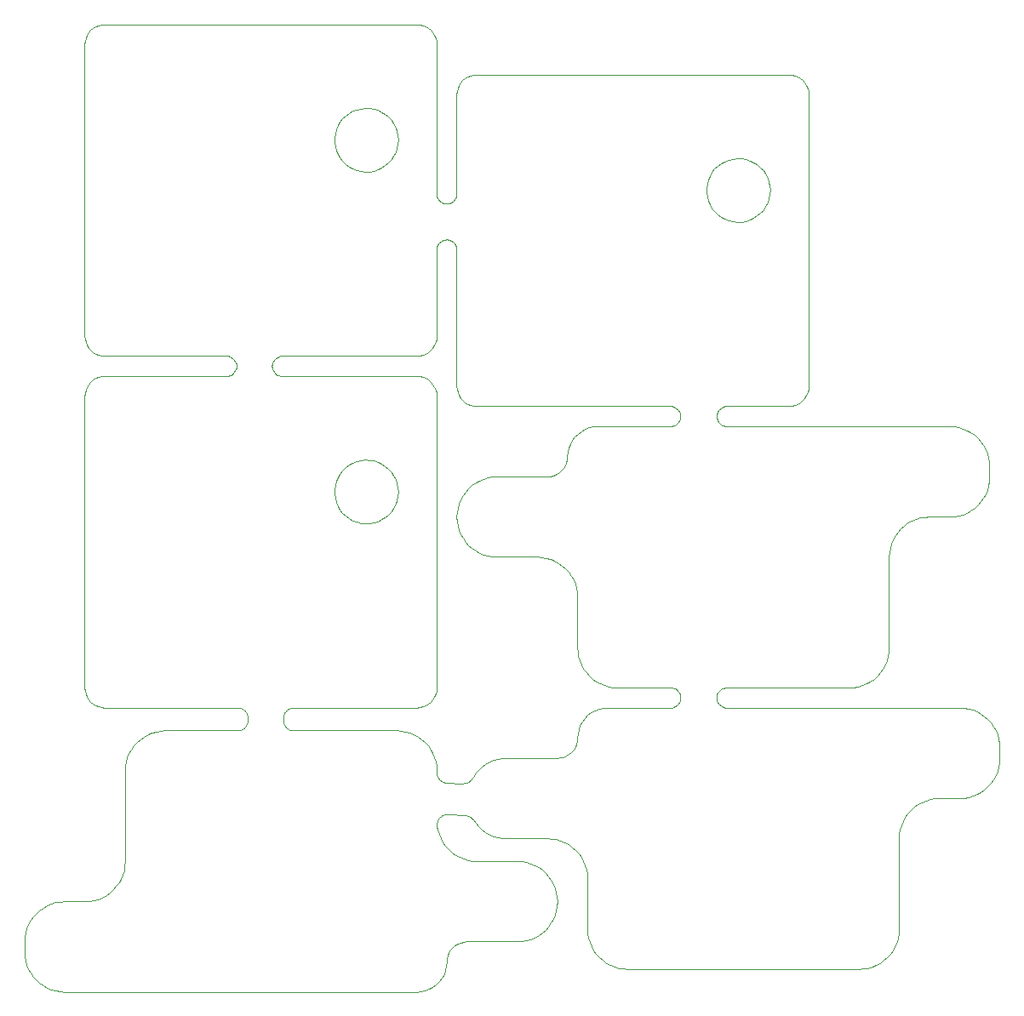
<source format=gko>
%MOIN*%
%OFA0B0*%
%FSLAX44Y44*%
%IPPOS*%
%LPD*%
%ADD10C,0*%
D10*
X00014524Y00018493D02*
X00014524Y00018493D01*
X00014359Y00018510D01*
X00014197Y00018549D01*
X00014042Y00018608D01*
X00013896Y00018688D01*
X00013762Y00018787D01*
X00013642Y00018903D01*
X00013539Y00019033D01*
X00013454Y00019176D01*
X00013390Y00019329D01*
X00013346Y00019490D01*
X00013323Y00019655D01*
X00013323Y00019821D01*
X00013346Y00019986D01*
X00013390Y00020146D01*
X00013454Y00020299D01*
X00013539Y00020442D01*
X00013642Y00020573D01*
X00013762Y00020688D01*
X00013896Y00020787D01*
X00014042Y00020867D01*
X00014197Y00020927D01*
X00014359Y00020965D01*
X00014524Y00020982D01*
X00014690Y00020976D01*
X00014854Y00020949D01*
X00015013Y00020899D01*
X00015164Y00020829D01*
X00015304Y00020740D01*
X00015431Y00020633D01*
X00015543Y00020509D01*
X00015637Y00020372D01*
X00015712Y00020224D01*
X00015766Y00020067D01*
X00015800Y00019904D01*
X00015811Y00019738D01*
X00015800Y00019572D01*
X00015766Y00019409D01*
X00015712Y00019252D01*
X00015637Y00019103D01*
X00015543Y00018966D01*
X00015431Y00018843D01*
X00015304Y00018735D01*
X00015164Y00018646D01*
X00015013Y00018576D01*
X00014854Y00018527D01*
X00014690Y00018499D01*
X00014524Y00018493D01*
X00014524Y00032273D02*
X00014524Y00032273D01*
X00014359Y00032290D01*
X00014197Y00032328D01*
X00014042Y00032388D01*
X00013896Y00032468D01*
X00013762Y00032566D01*
X00013642Y00032682D01*
X00013539Y00032813D01*
X00013454Y00032956D01*
X00013390Y00033109D01*
X00013346Y00033269D01*
X00013323Y00033434D01*
X00013323Y00033600D01*
X00013346Y00033765D01*
X00013390Y00033926D01*
X00013454Y00034079D01*
X00013539Y00034222D01*
X00013642Y00034352D01*
X00013762Y00034468D01*
X00013896Y00034567D01*
X00014042Y00034647D01*
X00014197Y00034706D01*
X00014359Y00034745D01*
X00014524Y00034762D01*
X00014690Y00034756D01*
X00014854Y00034728D01*
X00015013Y00034679D01*
X00015164Y00034609D01*
X00015304Y00034520D01*
X00015431Y00034412D01*
X00015543Y00034289D01*
X00015637Y00034152D01*
X00015712Y00034003D01*
X00015766Y00033846D01*
X00015800Y00033683D01*
X00015811Y00033517D01*
X00015800Y00033351D01*
X00015766Y00033188D01*
X00015712Y00033031D01*
X00015637Y00032883D01*
X00015543Y00032746D01*
X00015431Y00032622D01*
X00015304Y00032515D01*
X00015164Y00032425D01*
X00015013Y00032355D01*
X00014854Y00032306D01*
X00014690Y00032278D01*
X00014524Y00032273D01*
X00029091Y00030304D02*
X00029091Y00030304D01*
X00028925Y00030321D01*
X00028764Y00030360D01*
X00028609Y00030419D01*
X00028463Y00030499D01*
X00028329Y00030598D01*
X00028209Y00030714D01*
X00028106Y00030844D01*
X00028021Y00030987D01*
X00027956Y00031140D01*
X00027913Y00031301D01*
X00027890Y00031466D01*
X00027890Y00031632D01*
X00027913Y00031797D01*
X00027956Y00031957D01*
X00028021Y00032110D01*
X00028106Y00032253D01*
X00028209Y00032384D01*
X00028329Y00032499D01*
X00028463Y00032598D01*
X00028609Y00032678D01*
X00028764Y00032738D01*
X00028925Y00032776D01*
X00029091Y00032793D01*
X00029257Y00032787D01*
X00029421Y00032760D01*
X00029580Y00032711D01*
X00029731Y00032641D01*
X00029871Y00032551D01*
X00029998Y00032444D01*
X00030110Y00032320D01*
X00030204Y00032183D01*
X00030279Y00032035D01*
X00030333Y00031878D01*
X00030366Y00031715D01*
X00030378Y00031549D01*
X00030366Y00031383D01*
X00030333Y00031220D01*
X00030279Y00031063D01*
X00030204Y00030914D01*
X00030110Y00030777D01*
X00029998Y00030654D01*
X00029871Y00030546D01*
X00029731Y00030457D01*
X00029580Y00030387D01*
X00029421Y00030338D01*
X00029257Y00030310D01*
X00029091Y00030304D01*
X00017338Y00006633D02*
X00017338Y00006633D01*
X00017333Y00006668D01*
X00017332Y00006703D01*
X00017334Y00006738D01*
X00017339Y00006773D01*
X00017347Y00006808D01*
X00017359Y00006841D01*
X00017373Y00006873D01*
X00017390Y00006904D01*
X00017409Y00006933D01*
X00017432Y00006961D01*
X00017456Y00006986D01*
X00017483Y00007009D01*
X00017512Y00007029D01*
X00017542Y00007047D01*
X00017574Y00007062D01*
X00017607Y00007074D01*
X00017641Y00007084D01*
X00017676Y00007090D01*
X00017711Y00007092D01*
X00017746Y00007092D01*
X00018445Y00007055D01*
X00018463Y00007054D01*
X00018480Y00007052D01*
X00018498Y00007049D01*
X00018515Y00007045D01*
X00018532Y00007041D01*
X00018549Y00007035D01*
X00018566Y00007029D01*
X00018582Y00007023D01*
X00018599Y00007015D01*
X00018614Y00007007D01*
X00018630Y00006998D01*
X00018645Y00006988D01*
X00018659Y00006978D01*
X00018673Y00006967D01*
X00018687Y00006956D01*
X00018699Y00006944D01*
X00018712Y00006931D01*
X00018724Y00006918D01*
X00018735Y00006904D01*
X00018745Y00006890D01*
X00018846Y00006748D01*
X00018964Y00006616D01*
X00019096Y00006499D01*
X00019240Y00006396D01*
X00019394Y00006311D01*
X00019557Y00006243D01*
X00019727Y00006194D01*
X00019901Y00006165D01*
X00020077Y00006155D01*
X00021652Y00006155D01*
X00021652Y00006155D01*
X00021829Y00006145D01*
X00022003Y00006116D01*
X00022172Y00006067D01*
X00022336Y00005999D01*
X00022490Y00005914D01*
X00022634Y00005811D01*
X00022766Y00005694D01*
X00022883Y00005562D01*
X00022986Y00005418D01*
X00023071Y00005263D01*
X00023139Y00005100D01*
X00023188Y00004931D01*
X00023217Y00004757D01*
X00023227Y00004580D01*
X00023227Y00002612D01*
X00023237Y00002435D01*
X00023267Y00002261D01*
X00023315Y00002092D01*
X00023383Y00001928D01*
X00023468Y00001774D01*
X00023571Y00001630D01*
X00023688Y00001498D01*
X00023820Y00001380D01*
X00023964Y00001278D01*
X00024119Y00001193D01*
X00024282Y00001125D01*
X00024451Y00001076D01*
X00024626Y00001047D01*
X00024802Y00001037D01*
X00033857Y00001037D01*
X00034033Y00001047D01*
X00034207Y00001076D01*
X00034377Y00001125D01*
X00034540Y00001193D01*
X00034695Y00001278D01*
X00034839Y00001380D01*
X00034971Y00001498D01*
X00035088Y00001630D01*
X00035190Y00001774D01*
X00035276Y00001928D01*
X00035343Y00002092D01*
X00035392Y00002261D01*
X00035422Y00002435D01*
X00035432Y00002612D01*
X00035432Y00006155D01*
X00035442Y00006331D01*
X00035471Y00006505D01*
X00035520Y00006675D01*
X00035588Y00006838D01*
X00035673Y00006993D01*
X00035775Y00007137D01*
X00035893Y00007269D01*
X00036025Y00007386D01*
X00036169Y00007488D01*
X00036323Y00007574D01*
X00036486Y00007641D01*
X00036656Y00007690D01*
X00036830Y00007720D01*
X00037007Y00007730D01*
X00037794Y00007730D01*
X00037970Y00007740D01*
X00038144Y00007769D01*
X00038314Y00007818D01*
X00038477Y00007886D01*
X00038632Y00007971D01*
X00038776Y00008073D01*
X00038908Y00008191D01*
X00039025Y00008323D01*
X00039127Y00008467D01*
X00039213Y00008621D01*
X00039280Y00008784D01*
X00039329Y00008954D01*
X00039359Y00009128D01*
X00039369Y00009305D01*
X00039369Y00009698D01*
X00039359Y00009875D01*
X00039329Y00010049D01*
X00039280Y00010218D01*
X00039213Y00010382D01*
X00039127Y00010536D01*
X00039025Y00010680D01*
X00038908Y00010812D01*
X00038776Y00010930D01*
X00038632Y00011032D01*
X00038477Y00011117D01*
X00038314Y00011185D01*
X00038144Y00011234D01*
X00037970Y00011263D01*
X00037794Y00011273D01*
X00028677Y00011273D01*
X00028615Y00011278D01*
X00028555Y00011292D01*
X00028498Y00011316D01*
X00028446Y00011348D01*
X00028399Y00011388D01*
X00028358Y00011435D01*
X00028326Y00011488D01*
X00028302Y00011545D01*
X00028288Y00011605D01*
X00028283Y00011667D01*
X00028288Y00011728D01*
X00028302Y00011788D01*
X00028326Y00011846D01*
X00028358Y00011898D01*
X00028398Y00011945D01*
X00028445Y00011985D01*
X00028498Y00012018D01*
X00028555Y00012041D01*
X00028615Y00012056D01*
X00028677Y00012061D01*
X00028707Y00012061D01*
X00028707Y00012061D01*
X00028707Y00012061D01*
X00028707Y00012061D01*
X00028707Y00012061D01*
X00028707Y00012061D01*
X00028707Y00012061D01*
X00028707Y00012061D01*
X00028707Y00012061D01*
X00028707Y00012061D01*
X00028707Y00012061D01*
X00028707Y00012061D01*
X00028707Y00012061D01*
X00028707Y00012061D01*
X00028707Y00012061D01*
X00028707Y00012061D01*
X00028707Y00012061D01*
X00028707Y00012061D01*
X00028707Y00012061D01*
X00028707Y00012061D01*
X00028707Y00012061D01*
X00033463Y00012061D01*
X00033640Y00012070D01*
X00033814Y00012100D01*
X00033983Y00012149D01*
X00034147Y00012216D01*
X00034301Y00012302D01*
X00034445Y00012404D01*
X00034577Y00012522D01*
X00034695Y00012653D01*
X00034797Y00012797D01*
X00034882Y00012952D01*
X00034950Y00013115D01*
X00034999Y00013285D01*
X00035028Y00013459D01*
X00035038Y00013635D01*
X00035038Y00017179D01*
X00035048Y00017355D01*
X00035078Y00017529D01*
X00035126Y00017699D01*
X00035194Y00017862D01*
X00035279Y00018016D01*
X00035382Y00018161D01*
X00035499Y00018292D01*
X00035631Y00018410D01*
X00035775Y00018512D01*
X00035930Y00018597D01*
X00036093Y00018665D01*
X00036262Y00018714D01*
X00036437Y00018744D01*
X00036613Y00018753D01*
X00037400Y00018753D01*
X00037577Y00018763D01*
X00037751Y00018793D01*
X00037920Y00018842D01*
X00038084Y00018909D01*
X00038238Y00018995D01*
X00038382Y00019097D01*
X00038514Y00019215D01*
X00038632Y00019346D01*
X00038734Y00019490D01*
X00038819Y00019645D01*
X00038887Y00019808D01*
X00038936Y00019978D01*
X00038965Y00020152D01*
X00038975Y00020328D01*
X00038975Y00020722D01*
X00038965Y00020898D01*
X00038936Y00021072D01*
X00038887Y00021242D01*
X00038819Y00021405D01*
X00038734Y00021560D01*
X00038632Y00021704D01*
X00038514Y00021835D01*
X00038382Y00021953D01*
X00038238Y00022055D01*
X00038084Y00022141D01*
X00037920Y00022208D01*
X00037751Y00022257D01*
X00037577Y00022287D01*
X00037400Y00022297D01*
X00028687Y00022297D01*
X00028626Y00022302D01*
X00028566Y00022316D01*
X00028509Y00022340D01*
X00028456Y00022372D01*
X00028409Y00022412D01*
X00028369Y00022459D01*
X00028337Y00022512D01*
X00028313Y00022569D01*
X00028299Y00022629D01*
X00028294Y00022690D01*
X00028299Y00022752D01*
X00028313Y00022812D01*
X00028337Y00022869D01*
X00028369Y00022922D01*
X00028409Y00022969D01*
X00028456Y00023009D01*
X00028509Y00023041D01*
X00028566Y00023065D01*
X00028626Y00023079D01*
X00028687Y00023084D01*
X00028698Y00023084D01*
X00028698Y00023084D01*
X00028698Y00023084D01*
X00028698Y00023084D01*
X00028698Y00023084D01*
X00028698Y00023084D01*
X00028698Y00023084D01*
X00028698Y00023084D01*
X00028698Y00023084D01*
X00028698Y00023084D01*
X00028698Y00023084D01*
X00028698Y00023084D01*
X00028698Y00023084D01*
X00028698Y00023084D01*
X00028698Y00023084D01*
X00028698Y00023084D01*
X00028698Y00023084D01*
X00028698Y00023084D01*
X00028698Y00023084D01*
X00028698Y00023084D01*
X00028698Y00023084D01*
X00031101Y00023084D01*
X00031224Y00023094D01*
X00031344Y00023123D01*
X00031459Y00023170D01*
X00031564Y00023235D01*
X00031658Y00023315D01*
X00031738Y00023409D01*
X00031803Y00023514D01*
X00031850Y00023628D01*
X00031879Y00023748D01*
X00031888Y00023872D01*
X00031888Y00035289D01*
X00031879Y00035412D01*
X00031850Y00035532D01*
X00031803Y00035646D01*
X00031738Y00035752D01*
X00031658Y00035846D01*
X00031564Y00035926D01*
X00031459Y00035990D01*
X00031344Y00036038D01*
X00031224Y00036067D01*
X00031101Y00036076D01*
X00018896Y00036076D01*
X00018773Y00036067D01*
X00018653Y00036038D01*
X00018539Y00035990D01*
X00018434Y00035926D01*
X00018340Y00035846D01*
X00018259Y00035752D01*
X00018195Y00035646D01*
X00018147Y00035532D01*
X00018119Y00035412D01*
X00018109Y00035289D01*
X00018109Y00031415D01*
X00018104Y00031353D01*
X00018090Y00031293D01*
X00018066Y00031236D01*
X00018034Y00031184D01*
X00017994Y00031137D01*
X00017947Y00031097D01*
X00017894Y00031064D01*
X00017837Y00031041D01*
X00017777Y00031026D01*
X00017715Y00031021D01*
X00017654Y00031026D01*
X00017594Y00031041D01*
X00017537Y00031064D01*
X00017484Y00031096D01*
X00017437Y00031137D01*
X00017397Y00031184D01*
X00017364Y00031236D01*
X00017341Y00031293D01*
X00017326Y00031353D01*
X00017322Y00031415D01*
X00017322Y00031447D01*
X00017322Y00031447D01*
X00017322Y00031447D01*
X00017322Y00031447D01*
X00017322Y00031447D01*
X00017322Y00031447D01*
X00017322Y00031447D01*
X00017322Y00031447D01*
X00017322Y00031447D01*
X00017322Y00031447D01*
X00017322Y00031447D01*
X00017322Y00031447D01*
X00017322Y00031447D01*
X00017322Y00031447D01*
X00017322Y00031447D01*
X00017322Y00031447D01*
X00017322Y00031447D01*
X00017322Y00031447D01*
X00017322Y00031447D01*
X00017322Y00031447D01*
X00017322Y00031447D01*
X00017322Y00037257D01*
X00017312Y00037381D01*
X00017283Y00037501D01*
X00017236Y00037615D01*
X00017171Y00037720D01*
X00017091Y00037814D01*
X00016997Y00037894D01*
X00016892Y00037959D01*
X00016777Y00038006D01*
X00016657Y00038035D01*
X00016534Y00038045D01*
X00004329Y00038045D01*
X00004206Y00038035D01*
X00004086Y00038006D01*
X00003972Y00037959D01*
X00003867Y00037894D01*
X00003773Y00037814D01*
X00003692Y00037720D01*
X00003628Y00037615D01*
X00003581Y00037501D01*
X00003552Y00037381D01*
X00003542Y00037257D01*
X00003542Y00025840D01*
X00003552Y00025717D01*
X00003581Y00025597D01*
X00003628Y00025483D01*
X00003692Y00025377D01*
X00003773Y00025283D01*
X00003867Y00025203D01*
X00003972Y00025138D01*
X00004086Y00025091D01*
X00004206Y00025062D01*
X00004329Y00025053D01*
X00009046Y00025053D01*
X00009088Y00025053D01*
X00009150Y00025048D01*
X00009210Y00025033D01*
X00009267Y00025010D01*
X00009320Y00024977D01*
X00009367Y00024937D01*
X00009407Y00024890D01*
X00009439Y00024838D01*
X00009463Y00024781D01*
X00009477Y00024721D01*
X00009482Y00024659D01*
X00009477Y00024597D01*
X00009463Y00024537D01*
X00009439Y00024480D01*
X00009407Y00024428D01*
X00009367Y00024381D01*
X00009320Y00024340D01*
X00009267Y00024308D01*
X00009210Y00024285D01*
X00009150Y00024270D01*
X00009088Y00024265D01*
X00004329Y00024265D01*
X00004206Y00024256D01*
X00004086Y00024227D01*
X00003972Y00024179D01*
X00003867Y00024115D01*
X00003773Y00024035D01*
X00003692Y00023941D01*
X00003628Y00023835D01*
X00003581Y00023721D01*
X00003552Y00023601D01*
X00003542Y00023478D01*
X00003542Y00012061D01*
X00003552Y00011937D01*
X00003581Y00011817D01*
X00003628Y00011703D01*
X00003692Y00011598D01*
X00003773Y00011504D01*
X00003867Y00011424D01*
X00003972Y00011359D01*
X00004086Y00011312D01*
X00004206Y00011283D01*
X00004329Y00011273D01*
X00009530Y00011273D01*
X00009561Y00011272D01*
X00009592Y00011268D01*
X00009623Y00011262D01*
X00009653Y00011253D01*
X00009683Y00011242D01*
X00009711Y00011229D01*
X00009738Y00011213D01*
X00009764Y00011196D01*
X00009789Y00011176D01*
X00009811Y00011154D01*
X00009832Y00011131D01*
X00009852Y00011106D01*
X00009869Y00011080D01*
X00009883Y00011052D01*
X00009896Y00011023D01*
X00009906Y00010994D01*
X00009914Y00010963D01*
X00009920Y00010932D01*
X00009923Y00010901D01*
X00009923Y00010870D01*
X00009921Y00010764D01*
X00009919Y00010733D01*
X00009915Y00010703D01*
X00009908Y00010673D01*
X00009899Y00010644D01*
X00009888Y00010616D01*
X00009875Y00010588D01*
X00009859Y00010562D01*
X00009842Y00010537D01*
X00009823Y00010513D01*
X00009802Y00010491D01*
X00009779Y00010471D01*
X00009755Y00010452D01*
X00009730Y00010436D01*
X00009703Y00010421D01*
X00009676Y00010408D01*
X00009647Y00010398D01*
X00009618Y00010390D01*
X00009588Y00010384D01*
X00009558Y00010381D01*
X00009527Y00010379D01*
X00006693Y00010379D01*
X00006517Y00010370D01*
X00006343Y00010340D01*
X00006173Y00010291D01*
X00006010Y00010223D01*
X00005855Y00010138D01*
X00005711Y00010036D01*
X00005580Y00009918D01*
X00005462Y00009786D01*
X00005360Y00009642D01*
X00005274Y00009488D01*
X00005207Y00009325D01*
X00005158Y00009155D01*
X00005128Y00008981D01*
X00005118Y00008805D01*
X00005118Y00005261D01*
X00005108Y00005085D01*
X00005079Y00004911D01*
X00005030Y00004741D01*
X00004962Y00004578D01*
X00004877Y00004423D01*
X00004775Y00004279D01*
X00004657Y00004148D01*
X00004525Y00004030D01*
X00004381Y00003928D01*
X00004227Y00003842D01*
X00004064Y00003775D01*
X00003894Y00003726D01*
X00003720Y00003696D01*
X00003544Y00003687D01*
X00002756Y00003687D01*
X00002580Y00003677D01*
X00002406Y00003647D01*
X00002236Y00003598D01*
X00002073Y00003531D01*
X00001918Y00003445D01*
X00001774Y00003343D01*
X00001643Y00003225D01*
X00001525Y00003094D01*
X00001423Y00002950D01*
X00001337Y00002795D01*
X00001270Y00002632D01*
X00001221Y00002462D01*
X00001191Y00002288D01*
X00001181Y00002112D01*
X00001181Y00001718D01*
X00001191Y00001542D01*
X00001221Y00001368D01*
X00001270Y00001198D01*
X00001337Y00001035D01*
X00001423Y00000880D01*
X00001525Y00000736D01*
X00001643Y00000604D01*
X00001774Y00000487D01*
X00001918Y00000385D01*
X00002073Y00000299D01*
X00002236Y00000232D01*
X00002406Y00000183D01*
X00002580Y00000153D01*
X00002756Y00000143D01*
X00016536Y00000143D01*
X00016704Y00000155D01*
X00016868Y00000191D01*
X00017026Y00000250D01*
X00017174Y00000331D01*
X00017309Y00000432D01*
X00017428Y00000551D01*
X00017529Y00000686D01*
X00017610Y00000834D01*
X00017669Y00000992D01*
X00017705Y00001156D01*
X00017717Y00001324D01*
X00017727Y00001447D01*
X00017755Y00001568D01*
X00017803Y00001682D01*
X00017867Y00001787D01*
X00017947Y00001881D01*
X00018041Y00001961D01*
X00018147Y00002026D01*
X00018261Y00002073D01*
X00018381Y00002102D01*
X00018504Y00002112D01*
X00020473Y00002112D01*
X00020649Y00002122D01*
X00020823Y00002151D01*
X00020993Y00002200D01*
X00021156Y00002268D01*
X00021311Y00002353D01*
X00021455Y00002455D01*
X00021586Y00002573D01*
X00021704Y00002705D01*
X00021806Y00002849D01*
X00021892Y00003003D01*
X00021959Y00003166D01*
X00022008Y00003336D01*
X00022038Y00003510D01*
X00022048Y00003687D01*
X00022038Y00003863D01*
X00022008Y00004037D01*
X00021959Y00004207D01*
X00021892Y00004370D01*
X00021806Y00004524D01*
X00021704Y00004668D01*
X00021586Y00004800D01*
X00021455Y00004918D01*
X00021311Y00005020D01*
X00021156Y00005105D01*
X00020993Y00005173D01*
X00020823Y00005222D01*
X00020649Y00005251D01*
X00020473Y00005261D01*
X00018898Y00005261D01*
X00018898Y00005261D01*
X00018722Y00005271D01*
X00018548Y00005301D01*
X00018378Y00005350D01*
X00018215Y00005417D01*
X00018060Y00005503D01*
X00017916Y00005605D01*
X00017784Y00005723D01*
X00017667Y00005854D01*
X00017565Y00005998D01*
X00017479Y00006153D01*
X00017412Y00006316D01*
X00017363Y00006486D01*
X00017338Y00006633D01*
X00018715Y00008514D02*
X00018715Y00008514D01*
X00018704Y00008496D01*
X00018691Y00008478D01*
X00018678Y00008460D01*
X00018664Y00008443D01*
X00018650Y00008428D01*
X00018634Y00008413D01*
X00018617Y00008398D01*
X00018600Y00008385D01*
X00018582Y00008373D01*
X00018563Y00008362D01*
X00018544Y00008352D01*
X00018524Y00008343D01*
X00018504Y00008335D01*
X00018483Y00008328D01*
X00018462Y00008322D01*
X00018441Y00008318D01*
X00018419Y00008314D01*
X00018398Y00008312D01*
X00018376Y00008311D01*
X00018354Y00008311D01*
X00017701Y00008338D01*
X00017671Y00008340D01*
X00017641Y00008345D01*
X00017612Y00008352D01*
X00017583Y00008361D01*
X00017555Y00008372D01*
X00017528Y00008386D01*
X00017502Y00008401D01*
X00017478Y00008418D01*
X00017455Y00008438D01*
X00017433Y00008458D01*
X00017413Y00008481D01*
X00017395Y00008505D01*
X00017378Y00008530D01*
X00017364Y00008557D01*
X00017352Y00008584D01*
X00017341Y00008613D01*
X00017333Y00008642D01*
X00017328Y00008671D01*
X00017324Y00008701D01*
X00017323Y00008731D01*
X00017323Y00008805D01*
X00017313Y00008981D01*
X00017284Y00009155D01*
X00017235Y00009325D01*
X00017167Y00009488D01*
X00017082Y00009642D01*
X00016980Y00009786D01*
X00016862Y00009918D01*
X00016730Y00010036D01*
X00016586Y00010138D01*
X00016432Y00010223D01*
X00016268Y00010291D01*
X00016099Y00010340D01*
X00015925Y00010370D01*
X00015748Y00010379D01*
X00011716Y00010379D01*
X00011686Y00010381D01*
X00011656Y00010384D01*
X00011626Y00010390D01*
X00011596Y00010398D01*
X00011568Y00010408D01*
X00011540Y00010421D01*
X00011513Y00010436D01*
X00011488Y00010452D01*
X00011464Y00010471D01*
X00011441Y00010491D01*
X00011420Y00010513D01*
X00011401Y00010537D01*
X00011384Y00010562D01*
X00011369Y00010588D01*
X00011355Y00010616D01*
X00011344Y00010644D01*
X00011335Y00010673D01*
X00011329Y00010703D01*
X00011325Y00010733D01*
X00011323Y00010764D01*
X00011320Y00010870D01*
X00011321Y00010901D01*
X00011324Y00010932D01*
X00011329Y00010963D01*
X00011337Y00010994D01*
X00011347Y00011023D01*
X00011360Y00011052D01*
X00011375Y00011080D01*
X00011392Y00011106D01*
X00011411Y00011131D01*
X00011432Y00011154D01*
X00011455Y00011176D01*
X00011479Y00011196D01*
X00011505Y00011213D01*
X00011532Y00011229D01*
X00011561Y00011242D01*
X00011590Y00011253D01*
X00011620Y00011262D01*
X00011651Y00011268D01*
X00011682Y00011272D01*
X00011714Y00011273D01*
X00016534Y00011273D01*
X00016657Y00011283D01*
X00016777Y00011312D01*
X00016892Y00011359D01*
X00016997Y00011424D01*
X00017091Y00011504D01*
X00017171Y00011598D01*
X00017236Y00011703D01*
X00017283Y00011817D01*
X00017312Y00011937D01*
X00017322Y00012061D01*
X00017322Y00023478D01*
X00017312Y00023601D01*
X00017283Y00023721D01*
X00017236Y00023835D01*
X00017171Y00023941D01*
X00017091Y00024035D01*
X00016997Y00024115D01*
X00016892Y00024179D01*
X00016777Y00024227D01*
X00016657Y00024256D01*
X00016534Y00024265D01*
X00011269Y00024265D01*
X00011207Y00024270D01*
X00011147Y00024285D01*
X00011090Y00024308D01*
X00011037Y00024340D01*
X00010991Y00024381D01*
X00010950Y00024428D01*
X00010918Y00024480D01*
X00010894Y00024537D01*
X00010880Y00024597D01*
X00010875Y00024659D01*
X00010880Y00024721D01*
X00010894Y00024781D01*
X00010918Y00024838D01*
X00010950Y00024890D01*
X00010991Y00024937D01*
X00011037Y00024977D01*
X00011090Y00025010D01*
X00011147Y00025033D01*
X00011207Y00025048D01*
X00011269Y00025053D01*
X00011312Y00025053D01*
X00016534Y00025053D01*
X00016657Y00025062D01*
X00016777Y00025091D01*
X00016892Y00025138D01*
X00016997Y00025203D01*
X00017091Y00025283D01*
X00017171Y00025377D01*
X00017236Y00025483D01*
X00017283Y00025597D01*
X00017312Y00025717D01*
X00017322Y00025840D01*
X00017322Y00029190D01*
X00017322Y00029190D01*
X00017322Y00029190D01*
X00017322Y00029190D01*
X00017322Y00029190D01*
X00017322Y00029190D01*
X00017322Y00029190D01*
X00017322Y00029190D01*
X00017322Y00029190D01*
X00017322Y00029190D01*
X00017322Y00029190D01*
X00017322Y00029190D01*
X00017322Y00029190D01*
X00017322Y00029190D01*
X00017322Y00029190D01*
X00017322Y00029190D01*
X00017322Y00029190D01*
X00017322Y00029190D01*
X00017322Y00029190D01*
X00017322Y00029190D01*
X00017322Y00029190D01*
X00017322Y00029222D01*
X00017326Y00029283D01*
X00017341Y00029343D01*
X00017364Y00029400D01*
X00017397Y00029453D01*
X00017437Y00029500D01*
X00017484Y00029540D01*
X00017537Y00029572D01*
X00017594Y00029596D01*
X00017654Y00029610D01*
X00017715Y00029615D01*
X00017777Y00029610D01*
X00017837Y00029596D01*
X00017894Y00029572D01*
X00017947Y00029540D01*
X00017994Y00029500D01*
X00018034Y00029453D01*
X00018066Y00029400D01*
X00018090Y00029343D01*
X00018104Y00029283D01*
X00018109Y00029222D01*
X00018109Y00023872D01*
X00018119Y00023748D01*
X00018147Y00023628D01*
X00018195Y00023514D01*
X00018259Y00023409D01*
X00018340Y00023315D01*
X00018434Y00023235D01*
X00018539Y00023170D01*
X00018653Y00023123D01*
X00018773Y00023094D01*
X00018896Y00023084D01*
X00026461Y00023084D01*
X00026461Y00023084D01*
X00026461Y00023084D01*
X00026461Y00023084D01*
X00026461Y00023084D01*
X00026461Y00023084D01*
X00026461Y00023084D01*
X00026461Y00023084D01*
X00026461Y00023084D01*
X00026461Y00023084D01*
X00026461Y00023084D01*
X00026461Y00023084D01*
X00026461Y00023084D01*
X00026461Y00023084D01*
X00026461Y00023084D01*
X00026461Y00023084D01*
X00026461Y00023084D01*
X00026461Y00023084D01*
X00026461Y00023084D01*
X00026461Y00023084D01*
X00026461Y00023084D01*
X00026471Y00023084D01*
X00026533Y00023079D01*
X00026593Y00023065D01*
X00026650Y00023041D01*
X00026703Y00023009D01*
X00026750Y00022969D01*
X00026790Y00022922D01*
X00026822Y00022869D01*
X00026846Y00022812D01*
X00026860Y00022752D01*
X00026865Y00022690D01*
X00026860Y00022629D01*
X00026846Y00022569D01*
X00026822Y00022512D01*
X00026790Y00022459D01*
X00026750Y00022412D01*
X00026703Y00022372D01*
X00026650Y00022340D01*
X00026593Y00022316D01*
X00026533Y00022302D01*
X00026471Y00022297D01*
X00023621Y00022297D01*
X00023453Y00022285D01*
X00023288Y00022249D01*
X00023130Y00022190D01*
X00022982Y00022109D01*
X00022847Y00022008D01*
X00022728Y00021889D01*
X00022627Y00021754D01*
X00022546Y00021606D01*
X00022488Y00021448D01*
X00022452Y00021284D01*
X00022440Y00021116D01*
X00022430Y00020992D01*
X00022401Y00020872D01*
X00022354Y00020758D01*
X00022289Y00020653D01*
X00022209Y00020559D01*
X00022115Y00020479D01*
X00022010Y00020414D01*
X00021896Y00020367D01*
X00021775Y00020338D01*
X00021652Y00020328D01*
X00019684Y00020328D01*
X00019507Y00020318D01*
X00019333Y00020289D01*
X00019164Y00020240D01*
X00019000Y00020172D01*
X00018846Y00020087D01*
X00018702Y00019985D01*
X00018570Y00019867D01*
X00018453Y00019735D01*
X00018350Y00019591D01*
X00018265Y00019437D01*
X00018197Y00019274D01*
X00018148Y00019104D01*
X00018119Y00018930D01*
X00018109Y00018753D01*
X00018119Y00018577D01*
X00018148Y00018403D01*
X00018197Y00018233D01*
X00018265Y00018070D01*
X00018350Y00017916D01*
X00018453Y00017772D01*
X00018570Y00017640D01*
X00018702Y00017522D01*
X00018846Y00017420D01*
X00019000Y00017335D01*
X00019164Y00017267D01*
X00019333Y00017218D01*
X00019507Y00017189D01*
X00019684Y00017179D01*
X00021259Y00017179D01*
X00021259Y00017179D01*
X00021435Y00017169D01*
X00021609Y00017139D01*
X00021779Y00017090D01*
X00021942Y00017023D01*
X00022096Y00016937D01*
X00022240Y00016835D01*
X00022372Y00016717D01*
X00022490Y00016586D01*
X00022592Y00016442D01*
X00022677Y00016287D01*
X00022745Y00016124D01*
X00022794Y00015954D01*
X00022823Y00015780D01*
X00022833Y00015604D01*
X00022833Y00013635D01*
X00022843Y00013459D01*
X00022873Y00013285D01*
X00022922Y00013115D01*
X00022989Y00012952D01*
X00023075Y00012797D01*
X00023177Y00012653D01*
X00023295Y00012522D01*
X00023426Y00012404D01*
X00023570Y00012302D01*
X00023725Y00012216D01*
X00023888Y00012149D01*
X00024058Y00012100D01*
X00024232Y00012070D01*
X00024408Y00012061D01*
X00026452Y00012061D01*
X00026452Y00012061D01*
X00026452Y00012061D01*
X00026452Y00012061D01*
X00026452Y00012061D01*
X00026452Y00012061D01*
X00026452Y00012061D01*
X00026452Y00012061D01*
X00026452Y00012061D01*
X00026452Y00012061D01*
X00026452Y00012061D01*
X00026452Y00012061D01*
X00026452Y00012061D01*
X00026452Y00012061D01*
X00026452Y00012061D01*
X00026452Y00012061D01*
X00026452Y00012061D01*
X00026452Y00012061D01*
X00026452Y00012061D01*
X00026452Y00012061D01*
X00026452Y00012061D01*
X00026482Y00012061D01*
X00026543Y00012056D01*
X00026603Y00012041D01*
X00026660Y00012018D01*
X00026713Y00011985D01*
X00026760Y00011945D01*
X00026800Y00011898D01*
X00026832Y00011846D01*
X00026856Y00011788D01*
X00026871Y00011728D01*
X00026875Y00011667D01*
X00026870Y00011605D01*
X00026856Y00011545D01*
X00026832Y00011488D01*
X00026800Y00011435D01*
X00026760Y00011388D01*
X00026713Y00011348D01*
X00026660Y00011316D01*
X00026603Y00011292D01*
X00026543Y00011278D01*
X00026482Y00011273D01*
X00024014Y00011273D01*
X00023846Y00011261D01*
X00023682Y00011225D01*
X00023524Y00011166D01*
X00023376Y00011086D01*
X00023241Y00010985D01*
X00023122Y00010865D01*
X00023021Y00010731D01*
X00022940Y00010583D01*
X00022881Y00010425D01*
X00022845Y00010260D01*
X00022833Y00010092D01*
X00022824Y00009969D01*
X00022795Y00009849D01*
X00022748Y00009735D01*
X00022683Y00009629D01*
X00022603Y00009535D01*
X00022509Y00009455D01*
X00022403Y00009390D01*
X00022289Y00009343D01*
X00022169Y00009314D01*
X00022046Y00009305D01*
X00020077Y00009305D01*
X00019901Y00009295D01*
X00019727Y00009265D01*
X00019557Y00009216D01*
X00019394Y00009149D01*
X00019240Y00009063D01*
X00019096Y00008961D01*
X00018964Y00008843D01*
X00018846Y00008712D01*
X00018744Y00008568D01*
X00018715Y00008514D01*
M02*
</source>
